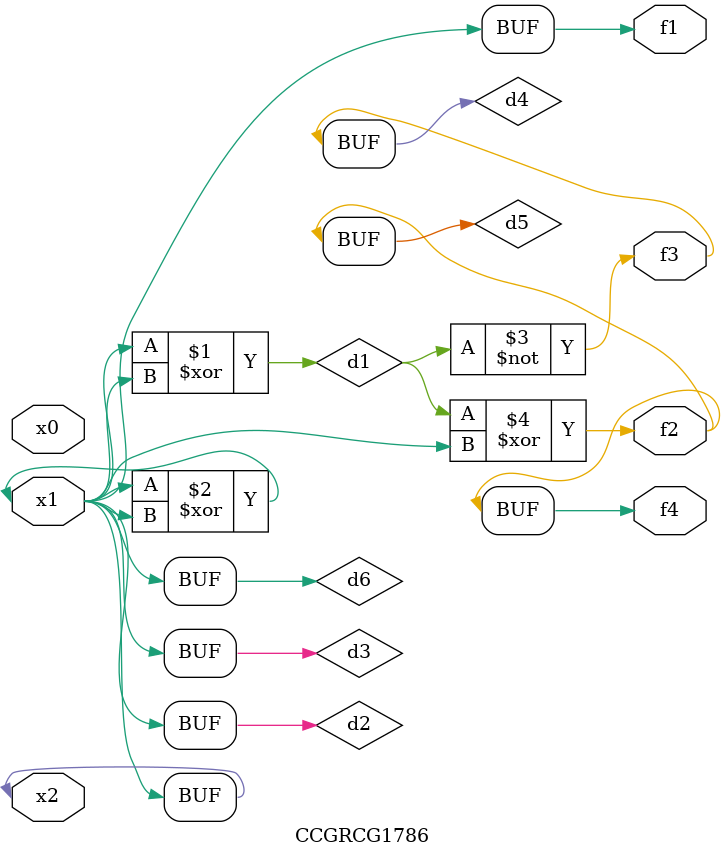
<source format=v>
module CCGRCG1786(
	input x0, x1, x2,
	output f1, f2, f3, f4
);

	wire d1, d2, d3, d4, d5, d6;

	xor (d1, x1, x2);
	buf (d2, x1, x2);
	xor (d3, x1, x2);
	nor (d4, d1);
	xor (d5, d1, d2);
	buf (d6, d2, d3);
	assign f1 = d6;
	assign f2 = d5;
	assign f3 = d4;
	assign f4 = d5;
endmodule

</source>
